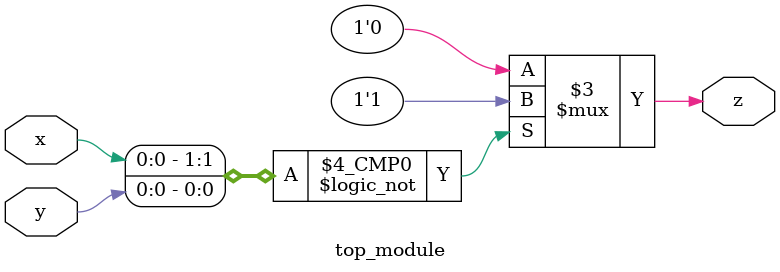
<source format=sv>
module top_module(
    input x,
    input y,
    output z
);

    reg z;
    always @*
        case({x, y})
            2'b00: z = 1'b1;
            default: z = 1'b0;
        endcase
    
endmodule

</source>
